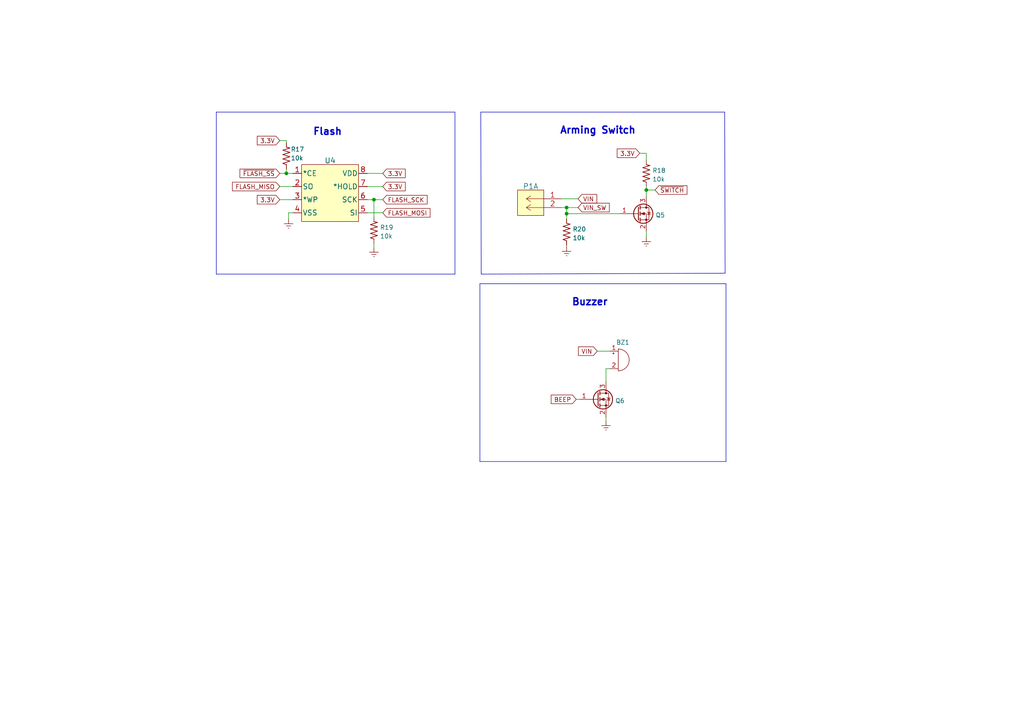
<source format=kicad_sch>
(kicad_sch (version 20230121) (generator eeschema)
  (paper "A4")
  (lib_symbols
    (symbol "Base-Flight-Computer:284391-6" (pin_names (offset 0.254) hide)
      (property "Reference" "P" (at 8.89 6.35 0))
      (symbol "284391-6_0_1"
        (rectangle (start 5.08 2.54) (end 12.7 -4.826) (stroke (width 0.1524)) (fill (type background)))
      )
      (symbol "284391-6_1_1"
        (polyline (pts (xy 10.16 -2.54) (xy 5.08 -2.54)) (stroke (width 0.127)))
        (polyline (pts (xy 10.16 -2.54) (xy 8.89 -3.3782)) (stroke (width 0.127)))
        (polyline (pts (xy 10.16 -2.54) (xy 8.89 -1.7018)) (stroke (width 0.127)))
        (polyline (pts (xy 10.16 0) (xy 5.08 0)) (stroke (width 0.127)))
        (polyline (pts (xy 10.16 0) (xy 8.89 -0.8382)) (stroke (width 0.127)))
        (polyline (pts (xy 10.16 0) (xy 8.89 0.8382)) (stroke (width 0.127)))
        (pin passive line (at 0 0 0) (length 5.08) (name "5") (number "1"))
        (pin passive line (at 0 -2.54 0) (length 5.08) (name "6") (number "2"))
      )
      (symbol "284391-6_2_1"
        (polyline (pts (xy 5.08 2.54) (xy 5.08 -4.826)) (stroke (width 0.127)))
        (polyline (pts (xy 10.16 -2.54) (xy 5.08 -2.54)) (stroke (width 0.127)))
        (polyline (pts (xy 10.16 -2.54) (xy 8.89 -3.3782)) (stroke (width 0.127)))
        (polyline (pts (xy 10.16 -2.54) (xy 8.89 -1.7018)) (stroke (width 0.127)))
        (polyline (pts (xy 10.16 0) (xy 5.08 0)) (stroke (width 0.127)))
        (polyline (pts (xy 10.16 0) (xy 8.89 -0.8382)) (stroke (width 0.127)))
        (polyline (pts (xy 10.16 0) (xy 8.89 0.8382)) (stroke (width 0.127)))
        (polyline (pts (xy 12.7 -4.826) (xy 12.7 2.54)) (stroke (width 0.127)))
        (polyline (pts (xy 12.7 2.54) (xy 5.08 2.54)) (stroke (width 0.127)))
        (polyline (pts (xy 5.08 -4.826) (xy 8.382 -4.826) (xy 12.7 -4.826)) (stroke (width 0.127)))
        (pin passive line (at 0 0 0) (length 5.08) (name "5") (number "3"))
        (pin passive line (at 0 -2.54 0) (length 5.08) (name "6") (number "4"))
      )
      (symbol "284391-6_3_1"
        (polyline (pts (xy 5.08 2.54) (xy 5.08 -4.826)) (stroke (width 0.127)))
        (polyline (pts (xy 10.16 -2.54) (xy 5.08 -2.54)) (stroke (width 0.127)))
        (polyline (pts (xy 10.16 -2.54) (xy 8.89 -3.3782)) (stroke (width 0.127)))
        (polyline (pts (xy 10.16 -2.54) (xy 8.89 -1.7018)) (stroke (width 0.127)))
        (polyline (pts (xy 10.16 0) (xy 5.08 0)) (stroke (width 0.127)))
        (polyline (pts (xy 10.16 0) (xy 8.89 -0.8382)) (stroke (width 0.127)))
        (polyline (pts (xy 10.16 0) (xy 8.89 0.8382)) (stroke (width 0.127)))
        (polyline (pts (xy 12.7 -4.826) (xy 12.7 2.54)) (stroke (width 0.127)))
        (polyline (pts (xy 12.7 2.54) (xy 5.08 2.54)) (stroke (width 0.127)))
        (polyline (pts (xy 5.08 -4.826) (xy 8.382 -4.826) (xy 12.7 -4.826)) (stroke (width 0.127)))
        (pin passive line (at 0 0 0) (length 5.08) (name "5") (number "5"))
        (pin passive line (at 0 -2.54 0) (length 5.08) (name "6") (number "6"))
      )
    )
    (symbol "Flight-Computer-Lite:2N7002W-7-F" (pin_names hide)
      (property "Reference" "Q" (at 5.08 1.905 0))
      (symbol "2N7002W-7-F_0_1"
        (polyline (pts (xy 0.254 0) (xy -2.54 0)))
        (polyline (pts (xy 0.254 1.905) (xy 0.254 -1.905)) (stroke (width 0.254)))
        (polyline (pts (xy 0.762 -1.27) (xy 0.762 -2.286)) (stroke (width 0.254)))
        (polyline (pts (xy 0.762 0.508) (xy 0.762 -0.508)) (stroke (width 0.254)))
        (polyline (pts (xy 0.762 2.286) (xy 0.762 1.27)) (stroke (width 0.254)))
        (polyline (pts (xy 2.54 2.54) (xy 2.54 1.778)))
        (polyline (pts (xy 2.54 -2.54) (xy 2.54 0) (xy 0.762 0)))
        (polyline (pts (xy 0.762 -1.778) (xy 3.302 -1.778) (xy 3.302 1.778) (xy 0.762 1.778)))
        (polyline (pts (xy 1.016 0) (xy 2.032 0.381) (xy 2.032 -0.381) (xy 1.016 0)) (fill (type outline)))
        (polyline (pts (xy 2.794 0.508) (xy 2.921 0.381) (xy 3.683 0.381) (xy 3.81 0.254)))
        (polyline (pts (xy 3.302 0.381) (xy 2.921 -0.254) (xy 3.683 -0.254) (xy 3.302 0.381)))
        (circle (center 1.651 0) (radius 2.794) (stroke (width 0.254)))
        (circle (center 2.54 -1.778) (radius 0.254) (fill (type outline)))
        (circle (center 2.54 1.778) (radius 0.254) (fill (type outline)))
      )
      (symbol "2N7002W-7-F_1_1"
        (pin input line (at -5.08 0 0) (length 2.54) (name "G") (number "1"))
        (pin passive line (at 2.54 -5.08 90) (length 2.54) (name "S") (number "2"))
        (pin passive line (at 2.54 5.08 270) (length 2.54) (name "D") (number "3"))
      )
    )
    (symbol "Flight-Computer:AT-1438-TWT-R" (pin_names (offset 0.0254) hide)
      (property "Reference" "BZ" (at 3.81 1.27 0))
      (symbol "AT-1438-TWT-R_0_1"
        (arc (start 0 -3.175) (mid 3.1612 0) (end 0 3.175))
        (polyline (pts (xy -1.651 1.905) (xy -1.143 1.905)))
        (polyline (pts (xy -1.397 2.159) (xy -1.397 1.651)))
        (polyline (pts (xy 0 3.175) (xy 0 -3.175)))
      )
      (symbol "AT-1438-TWT-R_1_1"
        (pin passive line (at -2.54 2.54 0) (length 2.54) (name "-") (number "1"))
        (pin passive line (at -2.54 -2.54 0) (length 2.54) (name "+") (number "2"))
      )
    )
    (symbol "Flight-Computer:Earth" (power) (pin_names (offset 0))
      (symbol "Earth_0_1"
        (polyline (pts (xy -0.635 -1.905) (xy 0.635 -1.905)))
        (polyline (pts (xy -0.127 -2.54) (xy 0.127 -2.54)))
        (polyline (pts (xy 0 -1.27) (xy 0 0)))
        (polyline (pts (xy 1.27 -1.27) (xy -1.27 -1.27)))
      )
      (symbol "Earth_1_1"
        (pin power_in line (at 0 0 270) (length 0) hide (name "Earth") (number "1"))
      )
    )
    (symbol "Flight-Computer:RES_0603" (pin_numbers hide) (pin_names (offset 1.016) hide)
      (property "Reference" "R" (at -1.27 1.27 0))
      (property "Value" "RES_0603" (at -3.81 -2.54 0))
      (symbol "RES_0603_0_0"
        (polyline (pts (xy -2.54 0) (xy -2.159 1.016)) (stroke (width 0.2032)))
        (polyline (pts (xy -2.159 1.016) (xy -1.524 -1.016)) (stroke (width 0.2032)))
        (polyline (pts (xy -1.524 -1.016) (xy -0.889 1.016)) (stroke (width 0.2032)))
        (polyline (pts (xy -0.889 1.016) (xy -0.254 -1.016)) (stroke (width 0.2032)))
        (polyline (pts (xy -0.254 -1.016) (xy 0.381 1.016)) (stroke (width 0.2032)))
        (polyline (pts (xy 0.381 1.016) (xy 1.016 -1.016)) (stroke (width 0.2032)))
        (polyline (pts (xy 1.016 -1.016) (xy 1.651 1.016)) (stroke (width 0.2032)))
        (polyline (pts (xy 1.651 1.016) (xy 2.286 -1.016)) (stroke (width 0.2032)))
        (polyline (pts (xy 2.286 -1.016) (xy 2.54 0)) (stroke (width 0.2032)))
        (pin passive line (at -3.81 0 0) (length 1.27) (name "~") (number "1"))
        (pin passive line (at 3.81 0 180) (length 1.27) (name "~") (number "2"))
      )
    )
    (symbol "Flight-Computer:SST25VF040B-50-4I-S2AE-T" (pin_names (offset 0.254))
      (property "Reference" "U" (at -2.54 6.35 0))
      (symbol "SST25VF040B-50-4I-S2AE-T_1_1"
        (rectangle (start -8.89 5.08) (end 7.62 -11.43) (stroke (width 0.1524)) (fill (type background)))
        (pin input line (at -11.43 2.54 0) (length 2.54) (name "*CE") (number "1"))
        (pin output line (at -11.43 -1.27 0) (length 2.54) (name "SO") (number "2"))
        (pin input line (at -11.43 -5.08 0) (length 2.54) (name "*WP") (number "3"))
        (pin power_in line (at -11.43 -8.89 0) (length 2.54) (name "VSS") (number "4"))
        (pin input line (at 10.16 -8.89 180) (length 2.54) (name "SI") (number "5"))
        (pin input line (at 10.16 -5.08 180) (length 2.54) (name "SCK") (number "6"))
        (pin input line (at 10.16 -1.27 180) (length 2.54) (name "*HOLD") (number "7"))
        (pin power_in line (at 10.16 2.54 180) (length 2.54) (name "VDD") (number "8"))
      )
    )
  )
  (junction (at 187.452 55.118))
  (junction (at 108.458 57.912))
  (junction (at 164.338 60.198))
  (junction (at 164.338 61.976))
  (junction (at 83.058 50.292))
  (wire (pts (xy 108.458 70.612) (xy 108.458 71.882)))
  (wire (pts (xy 106.553 57.912) (xy 108.458 57.912)))
  (polyline (pts (xy 131.953 32.512) (xy 131.953 79.502)))
  (wire (pts (xy 175.768 110.744) (xy 175.768 106.934)))
  (polyline (pts (xy 139.446 32.512) (xy 139.573 79.502)))
  (wire (pts (xy 185.547 44.45) (xy 187.452 44.45)))
  (wire (pts (xy 164.338 61.976) (xy 164.338 63.5)))
  (wire (pts (xy 81.153 54.102) (xy 84.963 54.102)))
  (wire (pts (xy 81.153 57.912) (xy 84.963 57.912)))
  (polyline (pts (xy 210.566 133.858) (xy 139.192 133.858)))
  (wire (pts (xy 84.963 61.722) (xy 83.693 61.722)))
  (wire (pts (xy 81.153 40.767) (xy 83.058 40.767)))
  (wire (pts (xy 164.338 60.198) (xy 164.338 61.976)))
  (wire (pts (xy 108.458 57.912) (xy 108.458 62.992)))
  (wire (pts (xy 83.058 50.292) (xy 84.963 50.292)))
  (wire (pts (xy 164.338 71.628) (xy 164.338 71.12)))
  (wire (pts (xy 167.132 115.824) (xy 168.148 115.824)))
  (wire (pts (xy 164.338 61.976) (xy 179.832 61.976)))
  (wire (pts (xy 187.452 55.118) (xy 189.992 55.118)))
  (polyline (pts (xy 210.312 79.248) (xy 139.573 79.502)))
  (wire (pts (xy 173.228 101.854) (xy 176.784 101.854)))
  (polyline (pts (xy 210.566 82.296) (xy 210.566 133.858)))
  (polyline (pts (xy 210.185 32.512) (xy 210.312 79.248)))
  (wire (pts (xy 187.452 44.45) (xy 187.452 46.482)))
  (wire (pts (xy 83.058 40.767) (xy 83.058 41.402)))
  (polyline (pts (xy 62.738 32.512) (xy 131.953 32.512)))
  (wire (pts (xy 83.058 49.022) (xy 83.058 50.292)))
  (polyline (pts (xy 139.446 32.512) (xy 210.185 32.512)))
  (wire (pts (xy 164.338 60.198) (xy 167.64 60.198)))
  (wire (pts (xy 81.153 50.292) (xy 83.058 50.292)))
  (wire (pts (xy 106.553 61.722) (xy 110.998 61.722)))
  (wire (pts (xy 162.814 57.658) (xy 167.64 57.658)))
  (wire (pts (xy 187.452 54.102) (xy 187.452 55.118)))
  (polyline (pts (xy 131.953 79.502) (xy 62.738 79.502)))
  (wire (pts (xy 162.814 60.198) (xy 164.338 60.198)))
  (wire (pts (xy 187.452 55.118) (xy 187.452 56.896)))
  (wire (pts (xy 106.553 54.102) (xy 110.998 54.102)))
  (polyline (pts (xy 139.192 82.296) (xy 210.566 82.296)))
  (wire (pts (xy 175.768 120.904) (xy 175.768 122.174)))
  (polyline (pts (xy 139.192 82.296) (xy 139.192 133.858)))
  (wire (pts (xy 108.458 57.912) (xy 110.998 57.912)))
  (wire (pts (xy 187.452 67.056) (xy 187.452 68.834)))
  (wire (pts (xy 175.768 106.934) (xy 176.784 106.934)))
  (polyline (pts (xy 62.738 32.512) (xy 62.738 79.502)))
  (wire (pts (xy 83.693 61.722) (xy 83.693 63.627)))
  (wire (pts (xy 106.553 50.292) (xy 110.998 50.292)))
  (text "Buzzer" (at 165.735 88.9 0) (effects (font (size 2.032 2.032) (thickness 0.4064) bold) (justify left bottom)))
  (text "Arming Switch" (at 162.306 39.116 0) (effects (font (size 2.032 2.032) (thickness 0.4064) bold) (justify left bottom)))
  (text "Flash" (at 90.678 39.497 0) (effects (font (size 2.032 2.032) (thickness 0.4064) bold) (justify left bottom)))
  (global_label "3.3V" (shape input) (at 110.998 50.292 0) (property "Intersheetrefs" "${INTERSHEET_REFS}" (effects hide)))
  (global_label "FLASH_MOSI" (shape input) (at 110.998 61.722 0) (property "Intersheetrefs" "${INTERSHEET_REFS}" (effects hide)))
  (global_label "3.3V" (shape input) (at 81.153 40.767 180) (property "Intersheetrefs" "${INTERSHEET_REFS}" (effects hide)))
  (global_label "VIN_SW" (shape input) (at 167.64 60.198 0) (property "Intersheetrefs" "${INTERSHEET_REFS}" (effects hide)))
  (global_label "BEEP" (shape input) (at 167.132 115.824 180) (property "Intersheetrefs" "${INTERSHEET_REFS}" (effects hide)))
  (global_label "VIN" (shape input) (at 167.64 57.658 0) (property "Intersheetrefs" "${INTERSHEET_REFS}" (effects hide)))
  (global_label "3.3V" (shape input) (at 110.998 54.102 0) (property "Intersheetrefs" "${INTERSHEET_REFS}" (effects hide)))
  (global_label "VIN" (shape input) (at 173.228 101.854 180) (property "Intersheetrefs" "${INTERSHEET_REFS}" (effects hide)))
  (global_label "~{FLASH_SS}" (shape input) (at 81.153 50.292 180) (property "Intersheetrefs" "${INTERSHEET_REFS}" (effects hide)))
  (global_label "3.3V" (shape input) (at 185.547 44.45 180) (property "Intersheetrefs" "${INTERSHEET_REFS}" (effects hide)))
  (global_label "3.3V" (shape input) (at 81.153 57.912 180) (property "Intersheetrefs" "${INTERSHEET_REFS}" (effects hide)))
  (global_label "~{SWITCH}" (shape input) (at 189.992 55.118 0) (property "Intersheetrefs" "${INTERSHEET_REFS}" (effects hide)))
  (global_label "FLASH_MISO" (shape input) (at 81.153 54.102 180) (property "Intersheetrefs" "${INTERSHEET_REFS}" (effects hide)))
  (global_label "FLASH_SCK" (shape input) (at 110.998 57.912 0) (property "Intersheetrefs" "${INTERSHEET_REFS}" (effects hide)))
  (symbol (lib_id "Flight-Computer:RES_0603") (at 83.058 45.212 90) (unit 1)
    (property "Reference" "R17" (at 84.328 43.307 90) (effects (justify right)))
    (property "Value" "10k" (at 84.328 45.847 90) (effects (justify right)))
    (property "Footprint" "Flight-Computer-Lite:RES_0603" (effects hide))
  )
  (symbol (lib_id "Flight-Computer:Earth") (at 108.458 71.882 0) (unit 1)
    (property "Reference" "#PWR030" (effects hide))
    (property "Value" "Earth" (effects hide))
  )
  (symbol (lib_id "Flight-Computer-Lite:2N7002W-7-F") (at 184.912 61.976 0) (unit 1)
    (property "Reference" "Q5" (at 190.119 62.4098 0) (effects (justify left)))
    (property "Value" "2N7002W-7-F" (effects hide))
    (property "Footprint" "Flight-Computer-Lite:QS5U17TR" (effects hide))
    (property "Datasheet" "https://www.onsemi.com/pub/Collateral/NDS7002A-D.PDF" (effects hide))
  )
  (symbol (lib_id "Flight-Computer:Earth") (at 175.768 122.174 0) (unit 1)
    (property "Reference" "#PWR032" (effects hide))
    (property "Value" "Earth" (effects hide))
  )
  (symbol (lib_id "Flight-Computer:Earth") (at 164.338 71.628 0) (unit 1)
    (property "Reference" "#PWR029" (effects hide))
    (property "Value" "Earth" (effects hide))
  )
  (symbol (lib_id "Flight-Computer:AT-1438-TWT-R") (at 179.324 104.394 0) (unit 1)
    (property "Reference" "BZ1" (at 178.689 99.314 0) (effects (justify left)))
    (property "Value" "AT-1438-TWT-R" (effects hide))
    (property "Footprint" "Flight-Computer:AT-1438-TWT-R" (effects hide))
  )
  (symbol (lib_id "Flight-Computer:RES_0603") (at 164.338 67.31 90) (unit 1)
    (property "Reference" "R20" (at 166.0906 66.4753 90) (effects (justify right)))
    (property "Value" "10k" (at 166.0906 69.0122 90) (effects (justify right)))
    (property "Footprint" "Flight-Computer-Lite:RES_0603" (effects hide))
  )
  (symbol (lib_id "Flight-Computer:RES_0603") (at 108.458 66.802 90) (unit 1)
    (property "Reference" "R19" (at 110.2106 65.9673 90) (effects (justify right)))
    (property "Value" "10k" (at 110.2106 68.5042 90) (effects (justify right)))
    (property "Footprint" "Flight-Computer-Lite:RES_0603" (effects hide))
  )
  (symbol (lib_id "Flight-Computer-Lite:2N7002W-7-F") (at 173.228 115.824 0) (unit 1)
    (property "Reference" "Q6" (at 178.435 116.2578 0) (effects (justify left)))
    (property "Value" "2N7002W-7-F" (effects hide))
    (property "Footprint" "Flight-Computer-Lite:QS5U17TR" (effects hide))
    (property "Datasheet" "https://www.onsemi.com/pub/Collateral/NDS7002A-D.PDF" (effects hide))
  )
  (symbol (lib_id "Base-Flight-Computer:284391-6") (at 162.814 57.658 0) (mirror y) (unit 1)
    (property "Reference" "P1" (at 153.924 54.0399 0) (effects (font (size 1.524 1.524))))
    (property "Value" "1984659" (effects hide))
    (property "Footprint" "Base-Flight-Computer:1984659" (effects hide))
  )
  (symbol (lib_id "Flight-Computer:RES_0603") (at 187.452 50.292 90) (unit 1)
    (property "Reference" "R18" (at 189.2046 49.4573 90) (effects (justify right)))
    (property "Value" "10k" (at 189.2046 51.9942 90) (effects (justify right)))
    (property "Footprint" "Flight-Computer-Lite:RES_0603" (effects hide))
  )
  (symbol (lib_id "Flight-Computer:Earth") (at 187.452 68.834 0) (unit 1)
    (property "Reference" "#PWR028" (effects hide))
    (property "Value" "Earth" (effects hide))
  )
  (symbol (lib_id "Flight-Computer:SST25VF040B-50-4I-S2AE-T") (at 96.393 52.832 0) (unit 1)
    (property "Reference" "U4" (at 95.758 46.5851 0) (effects (font (size 1.524 1.524))))
    (property "Value" "SST25VF040B-50-4I-S2AE-T" (effects hide))
    (property "Footprint" "SOIC8_S2A_SST_MCH" (effects hide))
  )
  (symbol (lib_id "Flight-Computer:Earth") (at 83.693 63.627 0) (unit 1)
    (property "Reference" "#PWR027" (effects hide))
    (property "Value" "Earth" (effects hide))
  )
)
</source>
